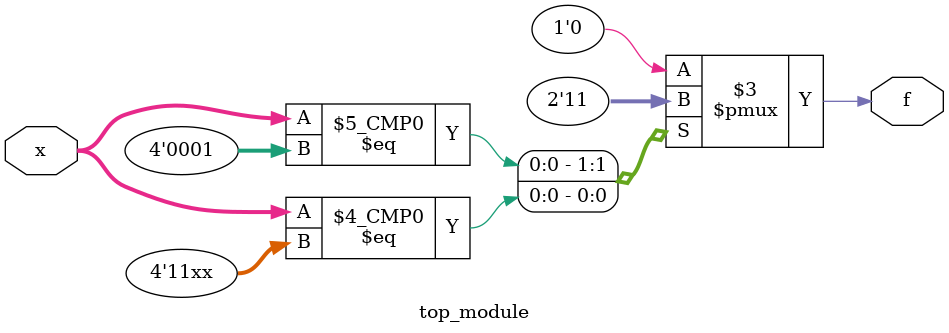
<source format=sv>
module top_module (
    input [4:1] x,
    output logic f
);

always_comb begin
    case ({x[4:3], x[2:1]})
        6'b000_01: f = 1'b1;
        6'b001_00: f = 1'b0;
        6'b011_xx: f = 1'b1;
        6'b100_01: f = 1'b1;
        default: f = 1'b0;
    endcase
end

endmodule

</source>
